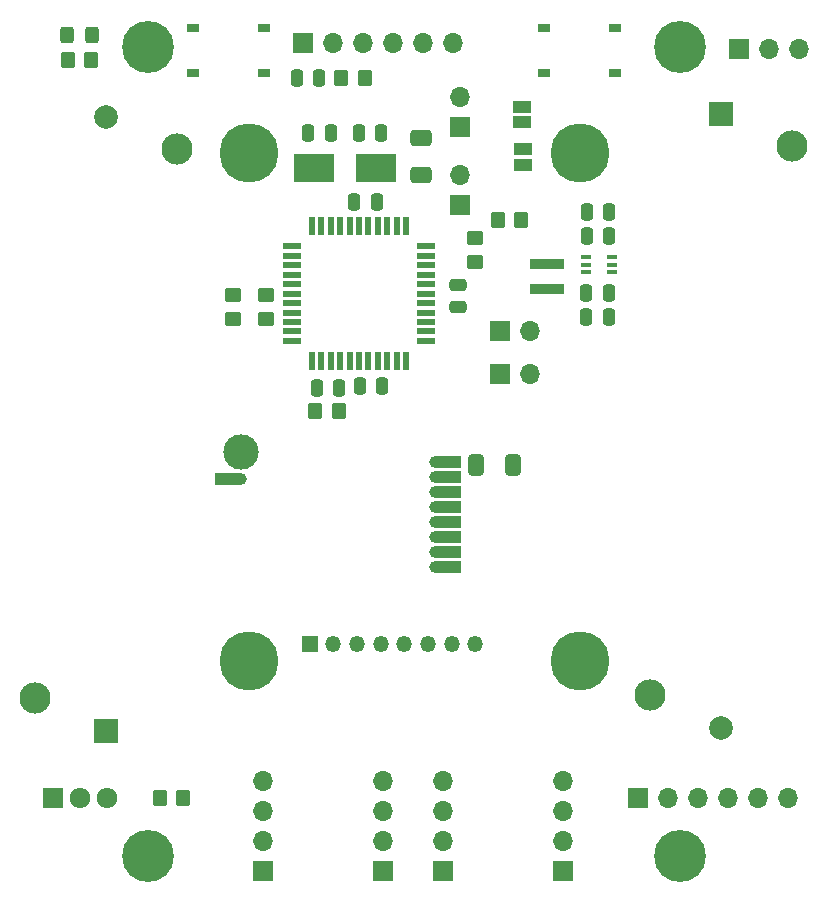
<source format=gbr>
%TF.GenerationSoftware,KiCad,Pcbnew,6.0.11-2627ca5db0~126~ubuntu22.04.1*%
%TF.CreationDate,2024-02-17T18:26:47+01:00*%
%TF.ProjectId,HB-UNI-SEN-BATT_ATMega1284P_E07-868MS10_FUEL4EP,48422d55-4e49-42d5-9345-4e2d42415454,1.4*%
%TF.SameCoordinates,Original*%
%TF.FileFunction,Soldermask,Top*%
%TF.FilePolarity,Negative*%
%FSLAX46Y46*%
G04 Gerber Fmt 4.6, Leading zero omitted, Abs format (unit mm)*
G04 Created by KiCad (PCBNEW 6.0.11-2627ca5db0~126~ubuntu22.04.1) date 2024-02-17 18:26:47*
%MOMM*%
%LPD*%
G01*
G04 APERTURE LIST*
G04 Aperture macros list*
%AMRoundRect*
0 Rectangle with rounded corners*
0 $1 Rounding radius*
0 $2 $3 $4 $5 $6 $7 $8 $9 X,Y pos of 4 corners*
0 Add a 4 corners polygon primitive as box body*
4,1,4,$2,$3,$4,$5,$6,$7,$8,$9,$2,$3,0*
0 Add four circle primitives for the rounded corners*
1,1,$1+$1,$2,$3*
1,1,$1+$1,$4,$5*
1,1,$1+$1,$6,$7*
1,1,$1+$1,$8,$9*
0 Add four rect primitives between the rounded corners*
20,1,$1+$1,$2,$3,$4,$5,0*
20,1,$1+$1,$4,$5,$6,$7,0*
20,1,$1+$1,$6,$7,$8,$9,0*
20,1,$1+$1,$8,$9,$2,$3,0*%
G04 Aperture macros list end*
%ADD10RoundRect,0.250000X-0.325000X-0.450000X0.325000X-0.450000X0.325000X0.450000X-0.325000X0.450000X0*%
%ADD11R,1.700000X1.700000*%
%ADD12O,1.700000X1.700000*%
%ADD13RoundRect,0.250000X0.412500X0.650000X-0.412500X0.650000X-0.412500X-0.650000X0.412500X-0.650000X0*%
%ADD14RoundRect,0.250000X-0.450000X0.350000X-0.450000X-0.350000X0.450000X-0.350000X0.450000X0.350000X0*%
%ADD15RoundRect,0.250000X-0.350000X-0.450000X0.350000X-0.450000X0.350000X0.450000X-0.350000X0.450000X0*%
%ADD16RoundRect,0.250000X0.350000X0.450000X-0.350000X0.450000X-0.350000X-0.450000X0.350000X-0.450000X0*%
%ADD17R,1.717500X1.800000*%
%ADD18O,1.717500X1.800000*%
%ADD19R,2.170000X1.000000*%
%ADD20C,1.000000*%
%ADD21C,3.000000*%
%ADD22R,1.500000X1.000000*%
%ADD23C,4.400000*%
%ADD24C,0.700000*%
%ADD25C,2.640000*%
%ADD26R,2.000000X2.000000*%
%ADD27C,2.000000*%
%ADD28RoundRect,0.250000X0.250000X0.475000X-0.250000X0.475000X-0.250000X-0.475000X0.250000X-0.475000X0*%
%ADD29RoundRect,0.250000X-0.250000X-0.475000X0.250000X-0.475000X0.250000X0.475000X-0.250000X0.475000X0*%
%ADD30R,3.500000X2.400000*%
%ADD31RoundRect,0.250000X0.650000X-0.412500X0.650000X0.412500X-0.650000X0.412500X-0.650000X-0.412500X0*%
%ADD32R,1.000000X0.750000*%
%ADD33R,1.350000X1.350000*%
%ADD34O,1.350000X1.350000*%
%ADD35R,3.000000X0.900000*%
%ADD36R,0.900000X0.400000*%
%ADD37RoundRect,0.250000X0.450000X-0.350000X0.450000X0.350000X-0.450000X0.350000X-0.450000X-0.350000X0*%
%ADD38R,0.550000X1.500000*%
%ADD39R,1.500000X0.550000*%
%ADD40RoundRect,0.250000X0.475000X-0.250000X0.475000X0.250000X-0.475000X0.250000X-0.475000X-0.250000X0*%
%ADD41C,5.000000*%
G04 APERTURE END LIST*
D10*
%TO.C,D1*%
X8138500Y72799500D03*
X10188500Y72799500D03*
%TD*%
D11*
%TO.C,J7*%
X34890000Y1997000D03*
D12*
X34890000Y4537000D03*
X34890000Y7077000D03*
X34890000Y9617000D03*
%TD*%
D11*
%TO.C,J3*%
X44796000Y44097500D03*
D12*
X47336000Y44097500D03*
%TD*%
D11*
%TO.C,J4*%
X44796000Y47780500D03*
D12*
X47336000Y47780500D03*
%TD*%
D11*
%TO.C,J5*%
X56480000Y8220000D03*
D12*
X59020000Y8220000D03*
X61560000Y8220000D03*
X64100000Y8220000D03*
X66640000Y8220000D03*
X69180000Y8220000D03*
%TD*%
D13*
%TO.C,C1*%
X45850500Y36414000D03*
X42725500Y36414000D03*
%TD*%
D14*
%TO.C,R4*%
X22190000Y50749000D03*
X22190000Y48749000D03*
%TD*%
%TO.C,R5*%
X24984000Y50765000D03*
X24984000Y48765000D03*
%TD*%
D15*
%TO.C,R1*%
X8172500Y70704000D03*
X10172500Y70704000D03*
%TD*%
D16*
%TO.C,R3*%
X17941600Y8181900D03*
X15941600Y8181900D03*
%TD*%
D17*
%TO.C,Q1*%
X6950000Y8220000D03*
D18*
X9240000Y8220000D03*
X11530000Y8220000D03*
%TD*%
D11*
%TO.C,J10*%
X64989000Y71656500D03*
D12*
X67529000Y71656500D03*
X70069000Y71656500D03*
%TD*%
D19*
%TO.C,Module1*%
X21715000Y35250000D03*
D20*
X22800000Y35250000D03*
D19*
X40345000Y27800000D03*
D20*
X39260000Y27800000D03*
D21*
X22800000Y37530000D03*
D19*
X40345000Y29070000D03*
D20*
X39260000Y29070000D03*
D19*
X40345000Y30340000D03*
D20*
X39260000Y30340000D03*
D19*
X40345000Y31610000D03*
D20*
X39260000Y31610000D03*
D19*
X40345000Y32880000D03*
D20*
X39260000Y32880000D03*
D19*
X40345000Y34150000D03*
D20*
X39260000Y34150000D03*
D19*
X40345000Y35420000D03*
D20*
X39260000Y35420000D03*
X39260000Y36690000D03*
D19*
X40345000Y36690000D03*
%TD*%
D22*
%TO.C,JP2*%
X46637500Y66718500D03*
X46637500Y65418500D03*
%TD*%
D11*
%TO.C,J8*%
X39970000Y1997000D03*
D12*
X39970000Y4537000D03*
X39970000Y7077000D03*
X39970000Y9617000D03*
%TD*%
D23*
%TO.C,H2*%
X60000000Y71750000D03*
D24*
X61800000Y71750000D03*
X61272800Y70477200D03*
X58727200Y70477200D03*
X58727200Y73022800D03*
X58200000Y71750000D03*
X61272800Y73022800D03*
X60000000Y69950000D03*
X60000000Y73550000D03*
%TD*%
%TO.C,H4*%
X61272800Y4522800D03*
X58200000Y3250000D03*
X60000000Y1450000D03*
X58727200Y1977200D03*
X61800000Y3250000D03*
X58727200Y4522800D03*
D23*
X60000000Y3250000D03*
D24*
X61272800Y1977200D03*
X60000000Y5050000D03*
%TD*%
%TO.C,H1*%
X16800000Y71750000D03*
X16272800Y73022800D03*
X13727200Y70477200D03*
X13727200Y73022800D03*
X15000000Y73550000D03*
X15000000Y69950000D03*
D23*
X15000000Y71750000D03*
D24*
X13200000Y71750000D03*
X16272800Y70477200D03*
%TD*%
%TO.C,H3*%
X15000000Y5050000D03*
X16272800Y1977200D03*
X16800000Y3250000D03*
X13727200Y1977200D03*
X13200000Y3250000D03*
D23*
X15000000Y3250000D03*
D24*
X16272800Y4522800D03*
X13727200Y4522800D03*
X15000000Y1450000D03*
%TD*%
D25*
%TO.C,BT2*%
X17415000Y63130000D03*
X5425000Y16650000D03*
D26*
X11420000Y13900000D03*
D27*
X11420000Y65890000D03*
%TD*%
D28*
%TO.C,C2*%
X31168900Y42950000D03*
X29268900Y42950000D03*
%TD*%
%TO.C,C4*%
X34316000Y58639000D03*
X32416000Y58639000D03*
%TD*%
D29*
%TO.C,C6*%
X28542500Y64481000D03*
X30442500Y64481000D03*
%TD*%
D28*
%TO.C,C8*%
X34801100Y43106900D03*
X32901100Y43106900D03*
%TD*%
D11*
%TO.C,J12*%
X28070100Y72139100D03*
D12*
X30610100Y72139100D03*
X33150100Y72139100D03*
X35690100Y72139100D03*
X38230100Y72139100D03*
X40770100Y72139100D03*
%TD*%
D16*
%TO.C,R2*%
X33315200Y69129200D03*
X31315200Y69129200D03*
%TD*%
%TO.C,R6*%
X31143500Y41000000D03*
X29143500Y41000000D03*
%TD*%
D30*
%TO.C,Y1*%
X29051500Y61560000D03*
X34251500Y61560000D03*
%TD*%
D31*
%TO.C,C5*%
X38065000Y60962300D03*
X38065000Y64087300D03*
%TD*%
D32*
%TO.C,SW2*%
X48500000Y73375000D03*
X54500000Y73375000D03*
X48500000Y69625000D03*
X54500000Y69625000D03*
%TD*%
%TO.C,SW1*%
X24800000Y69625000D03*
X18800000Y69625000D03*
X24800000Y73375000D03*
X18800000Y73375000D03*
%TD*%
D25*
%TO.C,BT1*%
X57495000Y16910000D03*
X69485000Y63390000D03*
D26*
X63490000Y66140000D03*
D27*
X63490000Y14150000D03*
%TD*%
D33*
%TO.C,J11*%
X28667000Y21250000D03*
D34*
X30667000Y21250000D03*
X32667000Y21250000D03*
X34667000Y21250000D03*
X36667000Y21250000D03*
X38667000Y21250000D03*
X40667000Y21250000D03*
X42667000Y21250000D03*
%TD*%
D29*
%TO.C,C11*%
X52080680Y48946360D03*
X53980680Y48946360D03*
%TD*%
%TO.C,C12*%
X52101000Y55789120D03*
X54001000Y55789120D03*
%TD*%
%TO.C,C13*%
X52101000Y57795720D03*
X54001000Y57795720D03*
%TD*%
D22*
%TO.C,JP3*%
X46688300Y61811700D03*
X46688300Y63111700D03*
%TD*%
D35*
%TO.C,L1*%
X48733000Y51316000D03*
X48733000Y53416000D03*
%TD*%
D36*
%TO.C,U2*%
X54214500Y52718500D03*
X54214500Y53368500D03*
X54214500Y54018500D03*
X52014500Y54018500D03*
X52014500Y53368500D03*
X52014500Y52718500D03*
%TD*%
D16*
%TO.C,R8*%
X46558000Y57115000D03*
X44558000Y57115000D03*
%TD*%
D37*
%TO.C,R7*%
X42616680Y53615640D03*
X42616680Y55615640D03*
%TD*%
D11*
%TO.C,J1*%
X41400000Y64989000D03*
D12*
X41400000Y67529000D03*
%TD*%
D11*
%TO.C,J6*%
X24730000Y2000000D03*
D12*
X24730000Y4540000D03*
X24730000Y7080000D03*
X24730000Y9620000D03*
%TD*%
D29*
%TO.C,C10*%
X52080680Y50942800D03*
X53980680Y50942800D03*
%TD*%
D28*
%TO.C,C9*%
X29474800Y69129200D03*
X27574800Y69129200D03*
%TD*%
%TO.C,C7*%
X34697000Y64481000D03*
X32797000Y64481000D03*
%TD*%
D38*
%TO.C,U1*%
X36832600Y56604700D03*
X36032600Y56604700D03*
X35232600Y56604700D03*
X34432600Y56604700D03*
X33632600Y56604700D03*
X32832600Y56604700D03*
X32032600Y56604700D03*
X31232600Y56604700D03*
X30432600Y56604700D03*
X29632600Y56604700D03*
X28832600Y56604700D03*
D39*
X27132600Y54904700D03*
X27132600Y54104700D03*
X27132600Y53304700D03*
X27132600Y52504700D03*
X27132600Y51704700D03*
X27132600Y50904700D03*
X27132600Y50104700D03*
X27132600Y49304700D03*
X27132600Y48504700D03*
X27132600Y47704700D03*
X27132600Y46904700D03*
D38*
X28832600Y45204700D03*
X29632600Y45204700D03*
X30432600Y45204700D03*
X31232600Y45204700D03*
X32032600Y45204700D03*
X32832600Y45204700D03*
X33632600Y45204700D03*
X34432600Y45204700D03*
X35232600Y45204700D03*
X36032600Y45204700D03*
X36832600Y45204700D03*
D39*
X38532600Y46904700D03*
X38532600Y47704700D03*
X38532600Y48504700D03*
X38532600Y49304700D03*
X38532600Y50104700D03*
X38532600Y50904700D03*
X38532600Y51704700D03*
X38532600Y52504700D03*
X38532600Y53304700D03*
X38532600Y54104700D03*
X38532600Y54904700D03*
%TD*%
D40*
%TO.C,C3*%
X41176500Y49751500D03*
X41176500Y51651500D03*
%TD*%
D11*
%TO.C,J2*%
X41400000Y58385000D03*
D12*
X41400000Y60925000D03*
%TD*%
D11*
%TO.C,J9*%
X50130000Y2000000D03*
D12*
X50130000Y4540000D03*
X50130000Y7080000D03*
X50130000Y9620000D03*
%TD*%
D41*
%TO.C,H5*%
X23510800Y62800000D03*
%TD*%
%TO.C,H6*%
X23510800Y19800000D03*
%TD*%
%TO.C,H7*%
X51510800Y62800000D03*
%TD*%
%TO.C,H8*%
X51510800Y19800000D03*
%TD*%
M02*

</source>
